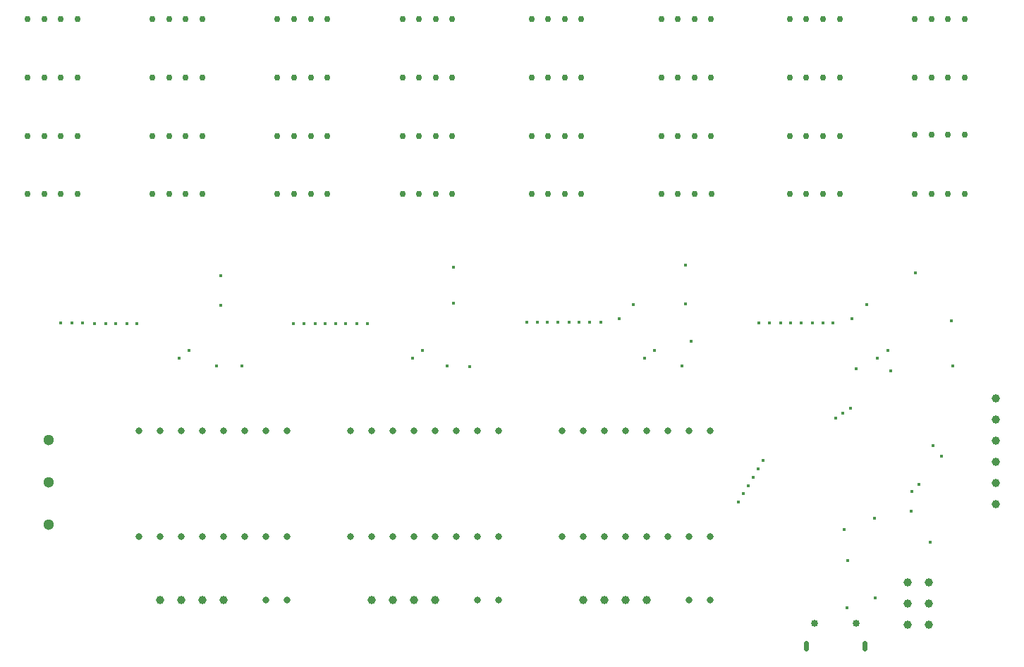
<source format=gbr>
%TF.GenerationSoftware,KiCad,Pcbnew,5.1.7+dfsg1-1~bpo10+1*%
%TF.CreationDate,2020-11-15T21:32:23+00:00*%
%TF.ProjectId,piggyback,70696767-7962-4616-936b-2e6b69636164,rev?*%
%TF.SameCoordinates,Original*%
%TF.FileFunction,Plated,1,2,PTH,Mixed*%
%TF.FilePolarity,Positive*%
%FSLAX46Y46*%
G04 Gerber Fmt 4.6, Leading zero omitted, Abs format (unit mm)*
G04 Created by KiCad (PCBNEW 5.1.7+dfsg1-1~bpo10+1) date 2020-11-15 21:32:23*
%MOMM*%
%LPD*%
G01*
G04 APERTURE LIST*
%TA.AperFunction,ViaDrill*%
%ADD10C,0.400000*%
%TD*%
G04 aperture for slot hole*
%TA.AperFunction,ComponentDrill*%
%ADD11C,0.600000*%
%TD*%
%TA.AperFunction,ComponentDrill*%
%ADD12C,0.750000*%
%TD*%
%TA.AperFunction,ComponentDrill*%
%ADD13C,0.800000*%
%TD*%
%TA.AperFunction,ComponentDrill*%
%ADD14C,0.850000*%
%TD*%
%TA.AperFunction,ComponentDrill*%
%ADD15C,1.000000*%
%TD*%
%TA.AperFunction,ComponentDrill*%
%ADD16C,1.300000*%
%TD*%
G04 APERTURE END LIST*
D10*
X50000000Y-104500000D03*
X51300000Y-104500000D03*
X52600000Y-104500000D03*
X54000000Y-104600000D03*
X55400000Y-104600000D03*
X56600000Y-104600000D03*
X57900000Y-104600000D03*
X59100000Y-104600000D03*
X64200000Y-108700000D03*
X65400000Y-107800000D03*
X68700000Y-109600000D03*
X69200000Y-98800000D03*
X69200000Y-102400000D03*
X71700000Y-109600000D03*
X77900000Y-104600000D03*
X79200000Y-104600000D03*
X80500000Y-104600000D03*
X81700000Y-104600000D03*
X83000000Y-104600000D03*
X84200000Y-104600000D03*
X85500000Y-104600000D03*
X86800000Y-104600000D03*
X92200000Y-108700000D03*
X93400000Y-107800000D03*
X96400000Y-109600000D03*
X97100000Y-97800000D03*
X97100000Y-102100000D03*
X99100000Y-109700000D03*
X105900000Y-104400000D03*
X107200000Y-104400000D03*
X108400000Y-104400000D03*
X109700000Y-104400000D03*
X111000000Y-104400000D03*
X112200000Y-104400000D03*
X113500000Y-104400000D03*
X114800000Y-104400000D03*
X117000000Y-104000000D03*
X118750000Y-102250000D03*
X120100000Y-108700000D03*
X121300000Y-107800000D03*
X124600000Y-109600000D03*
X125000000Y-97500000D03*
X125000000Y-102200000D03*
X125700000Y-106700000D03*
X131300000Y-126000000D03*
X131900000Y-125000000D03*
X132500000Y-124000000D03*
X133100000Y-123000000D03*
X133700000Y-122000000D03*
X133800000Y-104500000D03*
X134300000Y-121000000D03*
X135100000Y-104500000D03*
X136400000Y-104500000D03*
X137600000Y-104500000D03*
X138900000Y-104500000D03*
X140200000Y-104500000D03*
X141500000Y-104500000D03*
X142700000Y-104500000D03*
X143000000Y-115900000D03*
X143900000Y-115300000D03*
X144000000Y-129250000D03*
X144400000Y-138700000D03*
X144500000Y-133000000D03*
X144800000Y-114700000D03*
X145000000Y-104000000D03*
X145500000Y-110000000D03*
X146750000Y-102250000D03*
X147700000Y-127900000D03*
X147750000Y-137500000D03*
X148000000Y-108700000D03*
X149300000Y-107800000D03*
X149600000Y-110200000D03*
X152100000Y-127100000D03*
X152200000Y-124700000D03*
X152600000Y-98500000D03*
X153000000Y-123900000D03*
X154400000Y-130800000D03*
X154750000Y-119250000D03*
X155750000Y-120500000D03*
X156900000Y-104200000D03*
X157100000Y-109600000D03*
D11*
%TO.C,J4*%
X139500000Y-142887500D02*
X139500000Y-143587500D01*
X146500000Y-143587500D02*
X146500000Y-142887500D01*
D12*
%TO.C,J21*%
X106500000Y-68000000D03*
X108500000Y-68000000D03*
X110500000Y-68000000D03*
X112500000Y-68000000D03*
%TO.C,J29*%
X122080000Y-68000000D03*
X124080000Y-68000000D03*
X126080000Y-68000000D03*
X128080000Y-68000000D03*
%TO.C,J34*%
X152500000Y-75000000D03*
X154500000Y-75000000D03*
X156500000Y-75000000D03*
X158500000Y-75000000D03*
%TO.C,J13*%
X76000000Y-68000000D03*
X78000000Y-68000000D03*
X80000000Y-68000000D03*
X82000000Y-68000000D03*
%TO.C,J16*%
X76000000Y-89000000D03*
X78000000Y-89000000D03*
X80000000Y-89000000D03*
X82000000Y-89000000D03*
%TO.C,J24*%
X106500000Y-89000000D03*
X108500000Y-89000000D03*
X110500000Y-89000000D03*
X112500000Y-89000000D03*
%TO.C,J7*%
X46000000Y-82000000D03*
X48000000Y-82000000D03*
X50000000Y-82000000D03*
X52000000Y-82000000D03*
%TO.C,J9*%
X61000000Y-68000000D03*
X63000000Y-68000000D03*
X65000000Y-68000000D03*
X67000000Y-68000000D03*
%TO.C,J19*%
X91000000Y-82000000D03*
X93000000Y-82000000D03*
X95000000Y-82000000D03*
X97000000Y-82000000D03*
%TO.C,J27*%
X137500000Y-82000000D03*
X139500000Y-82000000D03*
X141500000Y-82000000D03*
X143500000Y-82000000D03*
%TO.C,J32*%
X122100000Y-89000000D03*
X124100000Y-89000000D03*
X126100000Y-89000000D03*
X128100000Y-89000000D03*
%TO.C,J6*%
X46000000Y-75000000D03*
X48000000Y-75000000D03*
X50000000Y-75000000D03*
X52000000Y-75000000D03*
%TO.C,J35*%
X152500000Y-81880000D03*
X154500000Y-81880000D03*
X156500000Y-81880000D03*
X158500000Y-81880000D03*
%TO.C,J10*%
X61000000Y-75000000D03*
X63000000Y-75000000D03*
X65000000Y-75000000D03*
X67000000Y-75000000D03*
%TO.C,J14*%
X76000000Y-75000000D03*
X78000000Y-75000000D03*
X80000000Y-75000000D03*
X82000000Y-75000000D03*
%TO.C,J22*%
X106500000Y-75000000D03*
X108500000Y-75000000D03*
X110500000Y-75000000D03*
X112500000Y-75000000D03*
%TO.C,J17*%
X91000000Y-68000000D03*
X93000000Y-68000000D03*
X95000000Y-68000000D03*
X97000000Y-68000000D03*
%TO.C,J25*%
X137500000Y-68000000D03*
X139500000Y-68000000D03*
X141500000Y-68000000D03*
X143500000Y-68000000D03*
%TO.C,J12*%
X61000000Y-89000000D03*
X63000000Y-89000000D03*
X65000000Y-89000000D03*
X67000000Y-89000000D03*
%TO.C,J30*%
X122080000Y-75000000D03*
X124080000Y-75000000D03*
X126080000Y-75000000D03*
X128080000Y-75000000D03*
%TO.C,J20*%
X91000000Y-89000000D03*
X93000000Y-89000000D03*
X95000000Y-89000000D03*
X97000000Y-89000000D03*
%TO.C,J28*%
X137500000Y-89000000D03*
X139500000Y-89000000D03*
X141500000Y-89000000D03*
X143500000Y-89000000D03*
%TO.C,J33*%
X152500000Y-68000000D03*
X154500000Y-68000000D03*
X156500000Y-68000000D03*
X158500000Y-68000000D03*
%TO.C,J36*%
X152500000Y-89000000D03*
X154500000Y-89000000D03*
X156500000Y-89000000D03*
X158500000Y-89000000D03*
%TO.C,J15*%
X76000000Y-82000000D03*
X78000000Y-82000000D03*
X80000000Y-82000000D03*
X82000000Y-82000000D03*
%TO.C,J23*%
X106500000Y-82000000D03*
X108500000Y-82000000D03*
X110500000Y-82000000D03*
X112500000Y-82000000D03*
%TO.C,J5*%
X46000000Y-68000000D03*
X48000000Y-68000000D03*
X50000000Y-68000000D03*
X52000000Y-68000000D03*
%TO.C,J26*%
X137500000Y-75000000D03*
X139500000Y-75000000D03*
X141500000Y-75000000D03*
X143500000Y-75000000D03*
%TO.C,J11*%
X61000000Y-82000000D03*
X63000000Y-82000000D03*
X65000000Y-82000000D03*
X67000000Y-82000000D03*
%TO.C,J31*%
X122080000Y-82000000D03*
X124080000Y-82000000D03*
X126080000Y-82000000D03*
X128080000Y-82000000D03*
%TO.C,J8*%
X46000000Y-89000000D03*
X48000000Y-89000000D03*
X50000000Y-89000000D03*
X52000000Y-89000000D03*
%TO.C,J18*%
X91000000Y-75000000D03*
X93000000Y-75000000D03*
X95000000Y-75000000D03*
X97000000Y-75000000D03*
D13*
%TO.C,C3*%
X125440000Y-137760000D03*
X127940000Y-137760000D03*
%TO.C,A3*%
X110160000Y-117440000D03*
X110160000Y-130140000D03*
X112700000Y-117440000D03*
X112700000Y-130140000D03*
X115240000Y-117440000D03*
X115240000Y-130140000D03*
X117780000Y-117440000D03*
X117780000Y-130140000D03*
X120320000Y-117440000D03*
X120320000Y-130140000D03*
X122860000Y-117440000D03*
X122860000Y-130140000D03*
X125400000Y-117440000D03*
X125400000Y-130140000D03*
X127940000Y-117440000D03*
X127940000Y-130140000D03*
%TO.C,A2*%
X84760000Y-117440000D03*
X84760000Y-130140000D03*
X87300000Y-117440000D03*
X87300000Y-130140000D03*
X89840000Y-117440000D03*
X89840000Y-130140000D03*
X92380000Y-117440000D03*
X92380000Y-130140000D03*
X94920000Y-117440000D03*
X94920000Y-130140000D03*
X97460000Y-117440000D03*
X97460000Y-130140000D03*
X100000000Y-117440000D03*
X100000000Y-130140000D03*
X102540000Y-117440000D03*
X102540000Y-130140000D03*
%TO.C,C1*%
X74640000Y-137760000D03*
X77140000Y-137760000D03*
%TO.C,A1*%
X59360000Y-117440000D03*
X59360000Y-130140000D03*
X61900000Y-117440000D03*
X61900000Y-130140000D03*
X64440000Y-117440000D03*
X64440000Y-130140000D03*
X66980000Y-117440000D03*
X66980000Y-130140000D03*
X69520000Y-117440000D03*
X69520000Y-130140000D03*
X72060000Y-117440000D03*
X72060000Y-130140000D03*
X74600000Y-117440000D03*
X74600000Y-130140000D03*
X77140000Y-117440000D03*
X77140000Y-130140000D03*
%TO.C,C2*%
X100040000Y-137760000D03*
X102540000Y-137760000D03*
D14*
%TO.C,J4*%
X140500000Y-140537500D03*
X145500000Y-140537500D03*
D15*
%TO.C,J2*%
X87300000Y-137760000D03*
X89840000Y-137760000D03*
X92380000Y-137760000D03*
X94920000Y-137760000D03*
%TO.C,J1*%
X61900000Y-137760000D03*
X64440000Y-137760000D03*
X66980000Y-137760000D03*
X69520000Y-137760000D03*
%TO.C,J3*%
X112700000Y-137760000D03*
X115240000Y-137760000D03*
X117780000Y-137760000D03*
X120320000Y-137760000D03*
%TO.C,J39*%
X162250000Y-113500000D03*
X162250000Y-116040000D03*
X162250000Y-118580000D03*
X162250000Y-121120000D03*
X162250000Y-123660000D03*
X162250000Y-126200000D03*
%TO.C,J38*%
X151700000Y-135600000D03*
X151700000Y-138140000D03*
X151700000Y-140680000D03*
X154240000Y-135600000D03*
X154240000Y-138140000D03*
X154240000Y-140680000D03*
D16*
%TO.C,J37*%
X48500000Y-118500000D03*
X48500000Y-123580000D03*
X48500000Y-128660000D03*
M02*

</source>
